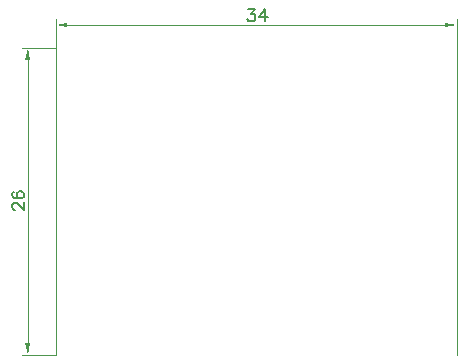
<source format=gbr>
G04 DipTrace 3.3.1.3*
G04 TopDimension.gbr*
%MOMM*%
G04 #@! TF.FileFunction,Drawing,Top*
G04 #@! TF.Part,Single*
%ADD13C,0.035*%
%ADD52C,0.15686*%
%FSLAX35Y35*%
G04*
G71*
G90*
G75*
G01*
G04 TopDimension*
%LPD*%
X600000Y0D2*
D13*
X313948D1*
X600000Y2600000D2*
X313948D1*
X363948Y1300000D2*
Y100000D1*
G36*
Y0D2*
X343948Y100000D1*
X383948D1*
X363948Y0D1*
G37*
Y1300000D2*
D13*
Y2500000D1*
G36*
Y2600000D2*
X383948Y2500000D1*
X343948D1*
X363948Y2600000D1*
G37*
X600000Y0D2*
D13*
Y2845550D1*
X4000000Y0D2*
Y2845550D1*
X2300000Y2795550D2*
X700000D1*
G36*
X600000D2*
X700000Y2815550D1*
Y2775550D1*
X600000Y2795550D1*
G37*
X2300000D2*
D13*
X3900000D1*
G36*
X4000000D2*
X3900000Y2775550D1*
Y2815550D1*
X4000000Y2795550D1*
G37*
X255216Y1231511D2*
D52*
X250386D1*
X240616Y1236340D1*
X235786Y1241169D1*
X230957Y1250940D1*
Y1270369D1*
X235786Y1280028D1*
X240616Y1284857D1*
X250386Y1289798D1*
X260045D1*
X269816Y1284857D1*
X284303Y1275198D1*
X332932Y1226569D1*
Y1294628D1*
X245445Y1384288D2*
X235786Y1379459D1*
X230957Y1364859D1*
Y1355200D1*
X235786Y1340600D1*
X250386Y1330829D1*
X274645Y1326000D1*
X298903D1*
X318332Y1330829D1*
X328103Y1340600D1*
X332932Y1355200D1*
Y1360029D1*
X328103Y1374517D1*
X318332Y1384288D1*
X303732Y1389117D1*
X298903D1*
X284303Y1384288D1*
X274645Y1374517D1*
X269816Y1360029D1*
Y1355200D1*
X274645Y1340600D1*
X284303Y1330829D1*
X298903Y1326000D1*
X2231455Y2928541D2*
X2284801D1*
X2255713Y2889682D1*
X2270313D1*
X2279971Y2884853D1*
X2284801Y2880024D1*
X2289742Y2865424D1*
Y2855765D1*
X2284801Y2841165D1*
X2275142Y2831395D1*
X2260542Y2826565D1*
X2245942D1*
X2231455Y2831395D1*
X2226625Y2836336D1*
X2221684Y2845995D1*
X2369744Y2826565D2*
Y2928541D1*
X2321115Y2860595D1*
X2394002D1*
M02*

</source>
